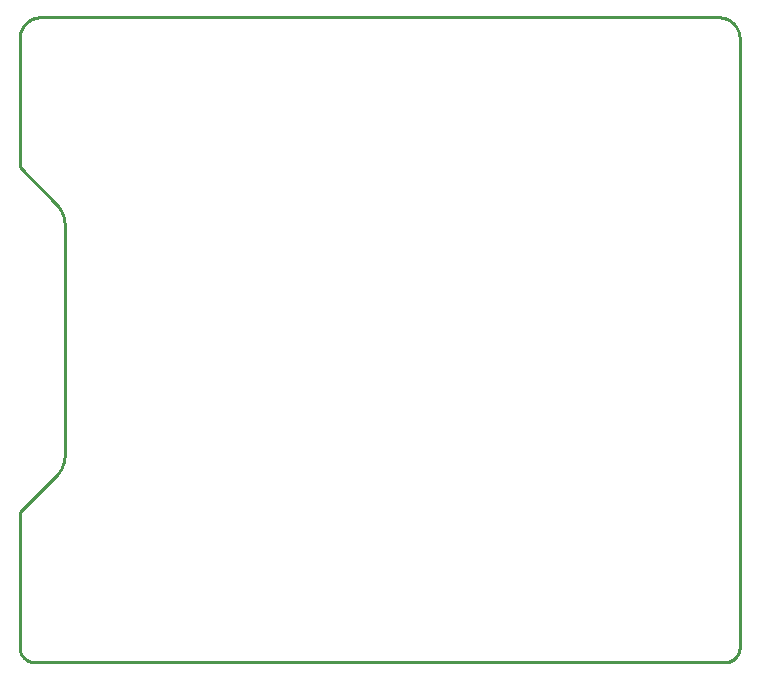
<source format=gbp>
G75*
%MOIN*%
%OFA0B0*%
%FSLAX25Y25*%
%IPPOS*%
%LPD*%
%AMOC8*
5,1,8,0,0,1.08239X$1,22.5*
%
%ADD10C,0.01000*%
D10*
X0075000Y0055000D02*
X0305000Y0055000D01*
X0305140Y0055002D01*
X0305280Y0055008D01*
X0305420Y0055018D01*
X0305560Y0055031D01*
X0305699Y0055049D01*
X0305838Y0055071D01*
X0305975Y0055096D01*
X0306113Y0055125D01*
X0306249Y0055158D01*
X0306384Y0055195D01*
X0306518Y0055236D01*
X0306651Y0055281D01*
X0306783Y0055329D01*
X0306913Y0055381D01*
X0307042Y0055436D01*
X0307169Y0055495D01*
X0307295Y0055558D01*
X0307419Y0055624D01*
X0307540Y0055693D01*
X0307660Y0055766D01*
X0307778Y0055843D01*
X0307893Y0055922D01*
X0308007Y0056005D01*
X0308117Y0056091D01*
X0308226Y0056180D01*
X0308332Y0056272D01*
X0308435Y0056367D01*
X0308536Y0056464D01*
X0308633Y0056565D01*
X0308728Y0056668D01*
X0308820Y0056774D01*
X0308909Y0056883D01*
X0308995Y0056993D01*
X0309078Y0057107D01*
X0309157Y0057222D01*
X0309234Y0057340D01*
X0309307Y0057460D01*
X0309376Y0057581D01*
X0309442Y0057705D01*
X0309505Y0057831D01*
X0309564Y0057958D01*
X0309619Y0058087D01*
X0309671Y0058217D01*
X0309719Y0058349D01*
X0309764Y0058482D01*
X0309805Y0058616D01*
X0309842Y0058751D01*
X0309875Y0058887D01*
X0309904Y0059025D01*
X0309929Y0059162D01*
X0309951Y0059301D01*
X0309969Y0059440D01*
X0309982Y0059580D01*
X0309992Y0059720D01*
X0309998Y0059860D01*
X0310000Y0060000D01*
X0310000Y0262929D01*
X0309998Y0263100D01*
X0309992Y0263271D01*
X0309981Y0263441D01*
X0309967Y0263611D01*
X0309948Y0263781D01*
X0309926Y0263951D01*
X0309899Y0264119D01*
X0309868Y0264288D01*
X0309833Y0264455D01*
X0309795Y0264621D01*
X0309752Y0264787D01*
X0309705Y0264951D01*
X0309654Y0265114D01*
X0309599Y0265276D01*
X0309540Y0265436D01*
X0309478Y0265595D01*
X0309412Y0265753D01*
X0309342Y0265909D01*
X0309268Y0266063D01*
X0309190Y0266215D01*
X0309109Y0266365D01*
X0309024Y0266514D01*
X0308936Y0266660D01*
X0308844Y0266804D01*
X0308748Y0266946D01*
X0308650Y0267085D01*
X0308547Y0267222D01*
X0308442Y0267357D01*
X0308333Y0267489D01*
X0308222Y0267618D01*
X0308107Y0267744D01*
X0307989Y0267868D01*
X0307868Y0267989D01*
X0307744Y0268107D01*
X0307618Y0268222D01*
X0307489Y0268333D01*
X0307357Y0268442D01*
X0307222Y0268547D01*
X0307085Y0268650D01*
X0306946Y0268748D01*
X0306804Y0268844D01*
X0306660Y0268936D01*
X0306514Y0269024D01*
X0306365Y0269109D01*
X0306215Y0269190D01*
X0306063Y0269268D01*
X0305909Y0269342D01*
X0305753Y0269412D01*
X0305595Y0269478D01*
X0305436Y0269540D01*
X0305276Y0269599D01*
X0305114Y0269654D01*
X0304951Y0269705D01*
X0304787Y0269752D01*
X0304621Y0269795D01*
X0304455Y0269833D01*
X0304288Y0269868D01*
X0304119Y0269899D01*
X0303951Y0269926D01*
X0303781Y0269948D01*
X0303611Y0269967D01*
X0303441Y0269981D01*
X0303271Y0269992D01*
X0303100Y0269998D01*
X0302929Y0270000D01*
X0077071Y0270000D01*
X0070000Y0265000D02*
X0070000Y0220000D01*
X0082071Y0207929D01*
X0085000Y0200858D02*
X0085000Y0124142D01*
X0084997Y0123904D01*
X0084989Y0123666D01*
X0084975Y0123429D01*
X0084955Y0123191D01*
X0084929Y0122955D01*
X0084898Y0122719D01*
X0084862Y0122484D01*
X0084819Y0122249D01*
X0084771Y0122016D01*
X0084718Y0121784D01*
X0084659Y0121554D01*
X0084595Y0121325D01*
X0084525Y0121097D01*
X0084450Y0120871D01*
X0084369Y0120647D01*
X0084284Y0120425D01*
X0084193Y0120205D01*
X0084096Y0119988D01*
X0083995Y0119773D01*
X0083888Y0119560D01*
X0083777Y0119350D01*
X0083660Y0119142D01*
X0083539Y0118937D01*
X0083413Y0118736D01*
X0083281Y0118537D01*
X0083146Y0118341D01*
X0083005Y0118149D01*
X0082861Y0117960D01*
X0082711Y0117775D01*
X0082557Y0117593D01*
X0082400Y0117415D01*
X0082237Y0117241D01*
X0082071Y0117071D01*
X0070000Y0105000D01*
X0070000Y0060000D01*
X0070002Y0059860D01*
X0070008Y0059720D01*
X0070018Y0059580D01*
X0070031Y0059440D01*
X0070049Y0059301D01*
X0070071Y0059162D01*
X0070096Y0059025D01*
X0070125Y0058887D01*
X0070158Y0058751D01*
X0070195Y0058616D01*
X0070236Y0058482D01*
X0070281Y0058349D01*
X0070329Y0058217D01*
X0070381Y0058087D01*
X0070436Y0057958D01*
X0070495Y0057831D01*
X0070558Y0057705D01*
X0070624Y0057581D01*
X0070693Y0057460D01*
X0070766Y0057340D01*
X0070843Y0057222D01*
X0070922Y0057107D01*
X0071005Y0056993D01*
X0071091Y0056883D01*
X0071180Y0056774D01*
X0071272Y0056668D01*
X0071367Y0056565D01*
X0071464Y0056464D01*
X0071565Y0056367D01*
X0071668Y0056272D01*
X0071774Y0056180D01*
X0071883Y0056091D01*
X0071993Y0056005D01*
X0072107Y0055922D01*
X0072222Y0055843D01*
X0072340Y0055766D01*
X0072460Y0055693D01*
X0072581Y0055624D01*
X0072705Y0055558D01*
X0072831Y0055495D01*
X0072958Y0055436D01*
X0073087Y0055381D01*
X0073217Y0055329D01*
X0073349Y0055281D01*
X0073482Y0055236D01*
X0073616Y0055195D01*
X0073751Y0055158D01*
X0073887Y0055125D01*
X0074025Y0055096D01*
X0074162Y0055071D01*
X0074301Y0055049D01*
X0074440Y0055031D01*
X0074580Y0055018D01*
X0074720Y0055008D01*
X0074860Y0055002D01*
X0075000Y0055000D01*
X0074860Y0055002D01*
X0074720Y0055008D01*
X0074580Y0055018D01*
X0074440Y0055031D01*
X0074301Y0055049D01*
X0074162Y0055071D01*
X0074025Y0055096D01*
X0073887Y0055125D01*
X0073751Y0055158D01*
X0073616Y0055195D01*
X0073482Y0055236D01*
X0073349Y0055281D01*
X0073217Y0055329D01*
X0073087Y0055381D01*
X0072958Y0055436D01*
X0072831Y0055495D01*
X0072705Y0055558D01*
X0072581Y0055624D01*
X0072460Y0055693D01*
X0072340Y0055766D01*
X0072222Y0055843D01*
X0072107Y0055922D01*
X0071993Y0056005D01*
X0071883Y0056091D01*
X0071774Y0056180D01*
X0071668Y0056272D01*
X0071565Y0056367D01*
X0071464Y0056464D01*
X0071367Y0056565D01*
X0071272Y0056668D01*
X0071180Y0056774D01*
X0071091Y0056883D01*
X0071005Y0056993D01*
X0070922Y0057107D01*
X0070843Y0057222D01*
X0070766Y0057340D01*
X0070693Y0057460D01*
X0070624Y0057581D01*
X0070558Y0057705D01*
X0070495Y0057831D01*
X0070436Y0057958D01*
X0070381Y0058087D01*
X0070329Y0058217D01*
X0070281Y0058349D01*
X0070236Y0058482D01*
X0070195Y0058616D01*
X0070158Y0058751D01*
X0070125Y0058887D01*
X0070096Y0059025D01*
X0070071Y0059162D01*
X0070049Y0059301D01*
X0070031Y0059440D01*
X0070018Y0059580D01*
X0070008Y0059720D01*
X0070002Y0059860D01*
X0070000Y0060000D01*
X0085000Y0200858D02*
X0084997Y0201096D01*
X0084989Y0201334D01*
X0084975Y0201571D01*
X0084955Y0201809D01*
X0084929Y0202045D01*
X0084898Y0202281D01*
X0084862Y0202516D01*
X0084819Y0202751D01*
X0084771Y0202984D01*
X0084718Y0203216D01*
X0084659Y0203446D01*
X0084595Y0203675D01*
X0084525Y0203903D01*
X0084450Y0204129D01*
X0084369Y0204353D01*
X0084284Y0204575D01*
X0084193Y0204795D01*
X0084096Y0205012D01*
X0083995Y0205227D01*
X0083888Y0205440D01*
X0083777Y0205650D01*
X0083660Y0205858D01*
X0083539Y0206063D01*
X0083413Y0206264D01*
X0083281Y0206463D01*
X0083146Y0206659D01*
X0083005Y0206851D01*
X0082861Y0207040D01*
X0082711Y0207225D01*
X0082557Y0207407D01*
X0082400Y0207585D01*
X0082237Y0207759D01*
X0082071Y0207929D01*
X0070000Y0262929D02*
X0070002Y0263100D01*
X0070008Y0263271D01*
X0070019Y0263441D01*
X0070033Y0263611D01*
X0070052Y0263781D01*
X0070074Y0263951D01*
X0070101Y0264119D01*
X0070132Y0264288D01*
X0070167Y0264455D01*
X0070205Y0264621D01*
X0070248Y0264787D01*
X0070295Y0264951D01*
X0070346Y0265114D01*
X0070401Y0265276D01*
X0070460Y0265436D01*
X0070522Y0265595D01*
X0070588Y0265753D01*
X0070658Y0265909D01*
X0070732Y0266063D01*
X0070810Y0266215D01*
X0070891Y0266365D01*
X0070976Y0266514D01*
X0071064Y0266660D01*
X0071156Y0266804D01*
X0071252Y0266946D01*
X0071350Y0267085D01*
X0071453Y0267222D01*
X0071558Y0267357D01*
X0071667Y0267489D01*
X0071778Y0267618D01*
X0071893Y0267744D01*
X0072011Y0267868D01*
X0072132Y0267989D01*
X0072256Y0268107D01*
X0072382Y0268222D01*
X0072511Y0268333D01*
X0072643Y0268442D01*
X0072778Y0268547D01*
X0072915Y0268650D01*
X0073054Y0268748D01*
X0073196Y0268844D01*
X0073340Y0268936D01*
X0073486Y0269024D01*
X0073635Y0269109D01*
X0073785Y0269190D01*
X0073937Y0269268D01*
X0074091Y0269342D01*
X0074247Y0269412D01*
X0074405Y0269478D01*
X0074564Y0269540D01*
X0074724Y0269599D01*
X0074886Y0269654D01*
X0075049Y0269705D01*
X0075213Y0269752D01*
X0075379Y0269795D01*
X0075545Y0269833D01*
X0075712Y0269868D01*
X0075881Y0269899D01*
X0076049Y0269926D01*
X0076219Y0269948D01*
X0076389Y0269967D01*
X0076559Y0269981D01*
X0076729Y0269992D01*
X0076900Y0269998D01*
X0077071Y0270000D01*
M02*

</source>
